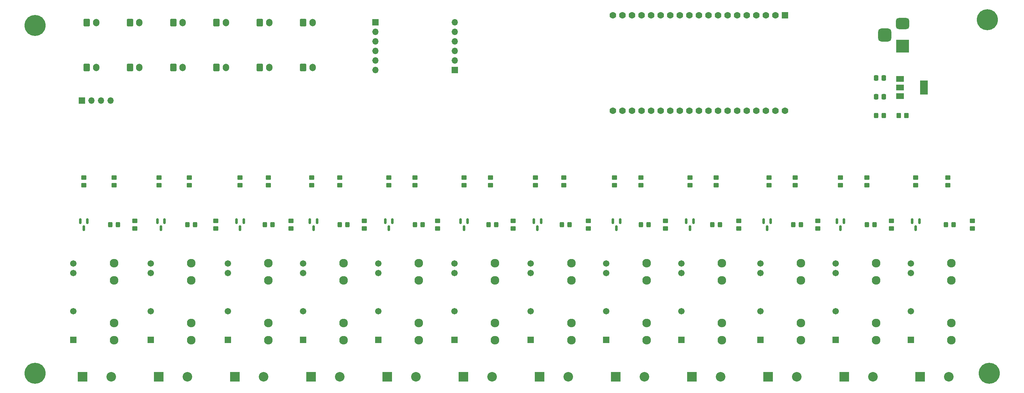
<source format=gbr>
%TF.GenerationSoftware,KiCad,Pcbnew,8.0.8-8.0.8-0~ubuntu24.04.1*%
%TF.CreationDate,2025-02-09T16:52:58+07:00*%
%TF.ProjectId,wemos32-12-channel-relays-ssr-rev-2,77656d6f-7333-4322-9d31-322d6368616e,1.0*%
%TF.SameCoordinates,Original*%
%TF.FileFunction,Soldermask,Top*%
%TF.FilePolarity,Negative*%
%FSLAX46Y46*%
G04 Gerber Fmt 4.6, Leading zero omitted, Abs format (unit mm)*
G04 Created by KiCad (PCBNEW 8.0.8-8.0.8-0~ubuntu24.04.1) date 2025-02-09 16:52:58*
%MOMM*%
%LPD*%
G01*
G04 APERTURE LIST*
G04 Aperture macros list*
%AMRoundRect*
0 Rectangle with rounded corners*
0 $1 Rounding radius*
0 $2 $3 $4 $5 $6 $7 $8 $9 X,Y pos of 4 corners*
0 Add a 4 corners polygon primitive as box body*
4,1,4,$2,$3,$4,$5,$6,$7,$8,$9,$2,$3,0*
0 Add four circle primitives for the rounded corners*
1,1,$1+$1,$2,$3*
1,1,$1+$1,$4,$5*
1,1,$1+$1,$6,$7*
1,1,$1+$1,$8,$9*
0 Add four rect primitives between the rounded corners*
20,1,$1+$1,$2,$3,$4,$5,0*
20,1,$1+$1,$4,$5,$6,$7,0*
20,1,$1+$1,$6,$7,$8,$9,0*
20,1,$1+$1,$8,$9,$2,$3,0*%
G04 Aperture macros list end*
%ADD10RoundRect,0.250000X0.450000X-0.350000X0.450000X0.350000X-0.450000X0.350000X-0.450000X-0.350000X0*%
%ADD11RoundRect,0.250000X-0.600000X-0.750000X0.600000X-0.750000X0.600000X0.750000X-0.600000X0.750000X0*%
%ADD12O,1.700000X2.000000*%
%ADD13RoundRect,0.150000X-0.150000X0.587500X-0.150000X-0.587500X0.150000X-0.587500X0.150000X0.587500X0*%
%ADD14R,2.540000X2.540000*%
%ADD15C,2.540000*%
%ADD16R,1.700000X1.700000*%
%ADD17O,1.700000X1.700000*%
%ADD18C,5.600000*%
%ADD19C,2.300000*%
%ADD20RoundRect,0.102000X-0.754000X0.754000X-0.754000X-0.754000X0.754000X-0.754000X0.754000X0.754000X0*%
%ADD21C,1.712000*%
%ADD22RoundRect,0.250000X-0.450000X0.350000X-0.450000X-0.350000X0.450000X-0.350000X0.450000X0.350000X0*%
%ADD23RoundRect,0.250000X-0.325000X-0.450000X0.325000X-0.450000X0.325000X0.450000X-0.325000X0.450000X0*%
%ADD24RoundRect,0.250000X-0.337500X-0.475000X0.337500X-0.475000X0.337500X0.475000X-0.337500X0.475000X0*%
%ADD25R,2.000000X1.500000*%
%ADD26R,2.000000X3.800000*%
%ADD27R,3.500000X3.500000*%
%ADD28RoundRect,0.750000X-1.000000X0.750000X-1.000000X-0.750000X1.000000X-0.750000X1.000000X0.750000X0*%
%ADD29RoundRect,0.875000X-0.875000X0.875000X-0.875000X-0.875000X0.875000X-0.875000X0.875000X0.875000X0*%
%ADD30RoundRect,0.250000X-0.350000X-0.450000X0.350000X-0.450000X0.350000X0.450000X-0.350000X0.450000X0*%
%ADD31RoundRect,0.102000X-0.780000X0.780000X-0.780000X-0.780000X0.780000X-0.780000X0.780000X0.780000X0*%
%ADD32C,1.764000*%
G04 APERTURE END LIST*
D10*
%TO.C,R14*%
X123000000Y-103000000D03*
X123000000Y-101000000D03*
%TD*%
D11*
%TO.C,J19*%
X70250000Y-59700000D03*
D12*
X72750000Y-59700000D03*
%TD*%
D13*
%TO.C,Q10*%
X217450000Y-112562500D03*
X215550000Y-112562500D03*
X216500000Y-114437500D03*
%TD*%
%TO.C,Q4*%
X96950000Y-112562500D03*
X95050000Y-112562500D03*
X96000000Y-114437500D03*
%TD*%
D14*
%TO.C,J3*%
X75144500Y-153950000D03*
D15*
X82764500Y-153950000D03*
%TD*%
D16*
%TO.C,J14*%
X133500000Y-72350000D03*
D17*
X133500000Y-69810000D03*
X133500000Y-67270000D03*
X133500000Y-64730000D03*
X133500000Y-62190000D03*
X133500000Y-59650000D03*
%TD*%
D11*
%TO.C,J26*%
X81750000Y-71700000D03*
D12*
X84250000Y-71700000D03*
%TD*%
D18*
%TO.C,H1*%
X275000000Y-59000000D03*
%TD*%
D11*
%TO.C,J20*%
X81750000Y-59700000D03*
D12*
X84250000Y-59700000D03*
%TD*%
D14*
%TO.C,J5*%
X115599100Y-153950000D03*
D15*
X123219100Y-153950000D03*
%TD*%
D19*
%TO.C,F12*%
X265465400Y-123750000D03*
X265465400Y-128350000D03*
X265465400Y-139650000D03*
X265465400Y-144250000D03*
%TD*%
D20*
%TO.C,K1*%
X32234100Y-144160000D03*
D21*
X32234100Y-136540000D03*
X32234100Y-126380000D03*
X32234100Y-123840000D03*
%TD*%
D22*
%TO.C,R32*%
X189500000Y-112500000D03*
X189500000Y-114500000D03*
%TD*%
D14*
%TO.C,J2*%
X54917300Y-153950000D03*
D15*
X62537300Y-153950000D03*
%TD*%
D22*
%TO.C,R33*%
X209000000Y-112500000D03*
X209000000Y-114500000D03*
%TD*%
%TO.C,R36*%
X249500000Y-112500000D03*
X249500000Y-114500000D03*
%TD*%
D13*
%TO.C,Q2*%
X56450000Y-112562500D03*
X54550000Y-112562500D03*
X55500000Y-114437500D03*
%TD*%
D11*
%TO.C,J23*%
X47250000Y-71700000D03*
D12*
X49750000Y-71700000D03*
%TD*%
D11*
%TO.C,J24*%
X58750000Y-71700000D03*
D12*
X61250000Y-71700000D03*
%TD*%
D16*
%TO.C,J13*%
X112500000Y-59650000D03*
D17*
X112500000Y-62190000D03*
X112500000Y-64730000D03*
X112500000Y-67270000D03*
X112500000Y-69810000D03*
X112500000Y-72350000D03*
%TD*%
D18*
%TO.C,H4*%
X22000000Y-153000000D03*
%TD*%
D10*
%TO.C,R7*%
X84000000Y-103000000D03*
X84000000Y-101000000D03*
%TD*%
D22*
%TO.C,R6*%
X70000000Y-112500000D03*
X70000000Y-114500000D03*
%TD*%
D14*
%TO.C,J8*%
X176280900Y-153950000D03*
D15*
X183900900Y-153950000D03*
%TD*%
D11*
%TO.C,J27*%
X93250000Y-71700000D03*
D12*
X95750000Y-71700000D03*
%TD*%
D23*
%TO.C,D5*%
X62475000Y-113500000D03*
X64525000Y-113500000D03*
%TD*%
D14*
%TO.C,J12*%
X257190000Y-153950000D03*
D15*
X264810000Y-153950000D03*
%TD*%
D13*
%TO.C,Q12*%
X256950000Y-112562500D03*
X255050000Y-112562500D03*
X256000000Y-114437500D03*
%TD*%
D10*
%TO.C,R2*%
X43000000Y-103000000D03*
X43000000Y-101000000D03*
%TD*%
D22*
%TO.C,R27*%
X196000000Y-101000000D03*
X196000000Y-103000000D03*
%TD*%
D14*
%TO.C,J4*%
X95371800Y-153950000D03*
D15*
X102991800Y-153950000D03*
%TD*%
D10*
%TO.C,R20*%
X183000000Y-103000000D03*
X183000000Y-101000000D03*
%TD*%
D20*
%TO.C,K4*%
X93234100Y-144160000D03*
D21*
X93234100Y-136540000D03*
X93234100Y-126380000D03*
X93234100Y-123840000D03*
%TD*%
D22*
%TO.C,R35*%
X169000000Y-112500000D03*
X169000000Y-114500000D03*
%TD*%
D19*
%TO.C,F10*%
X225500000Y-123750000D03*
X225500000Y-128350000D03*
X225500000Y-139650000D03*
X225500000Y-144250000D03*
%TD*%
D10*
%TO.C,R4*%
X63000000Y-103000000D03*
X63000000Y-101000000D03*
%TD*%
D14*
%TO.C,J7*%
X156053600Y-153950000D03*
D15*
X163673600Y-153950000D03*
%TD*%
D11*
%TO.C,J17*%
X47250000Y-59700000D03*
D12*
X49750000Y-59700000D03*
%TD*%
D10*
%TO.C,R21*%
X203000000Y-103000000D03*
X203000000Y-101000000D03*
%TD*%
D23*
%TO.C,D3*%
X41975000Y-113500000D03*
X44025000Y-113500000D03*
%TD*%
D10*
%TO.C,R3*%
X35000000Y-103000000D03*
X35000000Y-101000000D03*
%TD*%
D23*
%TO.C,D25*%
X263975000Y-113500000D03*
X266025000Y-113500000D03*
%TD*%
D13*
%TO.C,Q9*%
X196950000Y-112562500D03*
X195050000Y-112562500D03*
X196000000Y-114437500D03*
%TD*%
D18*
%TO.C,H3*%
X22000000Y-60500000D03*
%TD*%
D23*
%TO.C,D13*%
X142475000Y-113500000D03*
X144525000Y-113500000D03*
%TD*%
D10*
%TO.C,R11*%
X103000000Y-103000000D03*
X103000000Y-101000000D03*
%TD*%
D20*
%TO.C,K8*%
X173734200Y-144160000D03*
D21*
X173734200Y-136540000D03*
X173734200Y-126380000D03*
X173734200Y-123840000D03*
%TD*%
D22*
%TO.C,R34*%
X230000000Y-112500000D03*
X230000000Y-114500000D03*
%TD*%
%TO.C,R26*%
X176000000Y-101000000D03*
X176000000Y-103000000D03*
%TD*%
D10*
%TO.C,R25*%
X264500000Y-103000000D03*
X264500000Y-101000000D03*
%TD*%
D24*
%TO.C,C6*%
X245462500Y-74500000D03*
X247537500Y-74500000D03*
%TD*%
D22*
%TO.C,R30*%
X236000000Y-101000000D03*
X236000000Y-103000000D03*
%TD*%
D10*
%TO.C,R23*%
X162500000Y-103000000D03*
X162500000Y-101000000D03*
%TD*%
D14*
%TO.C,J10*%
X216735400Y-153950000D03*
D15*
X224355400Y-153950000D03*
%TD*%
D13*
%TO.C,Q6*%
X136950000Y-112562500D03*
X135050000Y-112562500D03*
X136000000Y-114437500D03*
%TD*%
D23*
%TO.C,D24*%
X242975000Y-113500000D03*
X245025000Y-113500000D03*
%TD*%
D22*
%TO.C,R16*%
X129000000Y-112500000D03*
X129000000Y-114500000D03*
%TD*%
D20*
%TO.C,K11*%
X234734200Y-144160000D03*
D21*
X234734200Y-136540000D03*
X234734200Y-126380000D03*
X234734200Y-123840000D03*
%TD*%
D23*
%TO.C,D22*%
X223475000Y-113500000D03*
X225525000Y-113500000D03*
%TD*%
D13*
%TO.C,Q3*%
X77450000Y-112562500D03*
X75550000Y-112562500D03*
X76500000Y-114437500D03*
%TD*%
D20*
%TO.C,K7*%
X153734100Y-144160000D03*
D21*
X153734100Y-136540000D03*
X153734100Y-126380000D03*
X153734100Y-123840000D03*
%TD*%
D22*
%TO.C,R28*%
X217000000Y-101000000D03*
X217000000Y-103000000D03*
%TD*%
D13*
%TO.C,Q1*%
X35950000Y-112562500D03*
X34050000Y-112562500D03*
X35000000Y-114437500D03*
%TD*%
D10*
%TO.C,R31*%
X256000000Y-103000000D03*
X256000000Y-101000000D03*
%TD*%
D14*
%TO.C,J6*%
X135826400Y-153950000D03*
D15*
X143446400Y-153950000D03*
%TD*%
D20*
%TO.C,K3*%
X73234200Y-144160000D03*
D21*
X73234200Y-136540000D03*
X73234200Y-126380000D03*
X73234200Y-123840000D03*
%TD*%
D19*
%TO.C,F7*%
X164500000Y-123750000D03*
X164500000Y-128350000D03*
X164500000Y-139650000D03*
X164500000Y-144250000D03*
%TD*%
D23*
%TO.C,D23*%
X161975000Y-113500000D03*
X164025000Y-113500000D03*
%TD*%
D13*
%TO.C,Q11*%
X236950000Y-112562500D03*
X235050000Y-112562500D03*
X236000000Y-114437500D03*
%TD*%
D11*
%TO.C,J22*%
X35750000Y-71700000D03*
D12*
X38250000Y-71700000D03*
%TD*%
D22*
%TO.C,R8*%
X76500000Y-101000000D03*
X76500000Y-103000000D03*
%TD*%
D23*
%TO.C,D20*%
X182975000Y-113500000D03*
X185025000Y-113500000D03*
%TD*%
D20*
%TO.C,K12*%
X254699500Y-144160000D03*
D21*
X254699500Y-136540000D03*
X254699500Y-126380000D03*
X254699500Y-123840000D03*
%TD*%
D18*
%TO.C,H2*%
X275500000Y-153000000D03*
%TD*%
D13*
%TO.C,Q7*%
X156450000Y-112562500D03*
X154550000Y-112562500D03*
X155500000Y-114437500D03*
%TD*%
D23*
%TO.C,D9*%
X102975000Y-113500000D03*
X105025000Y-113500000D03*
%TD*%
D13*
%TO.C,Q8*%
X177450000Y-112562500D03*
X175550000Y-112562500D03*
X176500000Y-114437500D03*
%TD*%
D10*
%TO.C,R22*%
X224000000Y-103000000D03*
X224000000Y-101000000D03*
%TD*%
D20*
%TO.C,K5*%
X113234200Y-144160000D03*
D21*
X113234200Y-136540000D03*
X113234200Y-126380000D03*
X113234200Y-123840000D03*
%TD*%
D19*
%TO.C,F9*%
X204500000Y-123750000D03*
X204500000Y-128350000D03*
X204500000Y-139650000D03*
X204500000Y-144250000D03*
%TD*%
D13*
%TO.C,Q5*%
X116950000Y-112562500D03*
X115050000Y-112562500D03*
X116000000Y-114437500D03*
%TD*%
D19*
%TO.C,F2*%
X63500000Y-123750000D03*
X63500000Y-128350000D03*
X63500000Y-139650000D03*
X63500000Y-144250000D03*
%TD*%
D22*
%TO.C,R9*%
X48500000Y-112500000D03*
X48500000Y-114500000D03*
%TD*%
D24*
%TO.C,C1*%
X245462500Y-79500000D03*
X247537500Y-79500000D03*
%TD*%
D20*
%TO.C,K10*%
X214734100Y-144160000D03*
D21*
X214734100Y-136540000D03*
X214734100Y-126380000D03*
X214734100Y-123840000D03*
%TD*%
D22*
%TO.C,R29*%
X155000000Y-101000000D03*
X155000000Y-103000000D03*
%TD*%
D25*
%TO.C,U1*%
X251850000Y-74700000D03*
X251850000Y-77000000D03*
D26*
X258150000Y-77000000D03*
D25*
X251850000Y-79300000D03*
%TD*%
D16*
%TO.C,J28*%
X34500000Y-80500000D03*
D17*
X37040000Y-80500000D03*
X39580000Y-80500000D03*
X42120000Y-80500000D03*
%TD*%
D10*
%TO.C,R24*%
X243000000Y-103000000D03*
X243000000Y-101000000D03*
%TD*%
D19*
%TO.C,F1*%
X43000000Y-123750000D03*
X43000000Y-128350000D03*
X43000000Y-139650000D03*
X43000000Y-144250000D03*
%TD*%
%TO.C,F3*%
X84000000Y-123750000D03*
X84000000Y-128350000D03*
X84000000Y-139650000D03*
X84000000Y-144250000D03*
%TD*%
D11*
%TO.C,J21*%
X93250000Y-59700000D03*
D12*
X95750000Y-59700000D03*
%TD*%
D11*
%TO.C,J16*%
X35750000Y-59700000D03*
D12*
X38250000Y-59700000D03*
%TD*%
D19*
%TO.C,F8*%
X184500000Y-123750000D03*
X184500000Y-128350000D03*
X184500000Y-139650000D03*
X184500000Y-144250000D03*
%TD*%
D14*
%TO.C,J11*%
X236962700Y-153950000D03*
D15*
X244582700Y-153950000D03*
%TD*%
D22*
%TO.C,R19*%
X149000000Y-112500000D03*
X149000000Y-114500000D03*
%TD*%
D11*
%TO.C,J18*%
X58750000Y-59700000D03*
D12*
X61250000Y-59700000D03*
%TD*%
D22*
%TO.C,R12*%
X95500000Y-101000000D03*
X95500000Y-103000000D03*
%TD*%
D23*
%TO.C,D1*%
X245475000Y-84500000D03*
X247525000Y-84500000D03*
%TD*%
D19*
%TO.C,F5*%
X124000000Y-123750000D03*
X124000000Y-128350000D03*
X124000000Y-139650000D03*
X124000000Y-144250000D03*
%TD*%
D23*
%TO.C,D7*%
X83065900Y-113500000D03*
X85115900Y-113500000D03*
%TD*%
D22*
%TO.C,R37*%
X271000000Y-112500000D03*
X271000000Y-114500000D03*
%TD*%
D23*
%TO.C,D21*%
X201975000Y-113500000D03*
X204025000Y-113500000D03*
%TD*%
D14*
%TO.C,J1*%
X34690000Y-153950000D03*
D15*
X42310000Y-153950000D03*
%TD*%
D14*
%TO.C,J9*%
X196508200Y-153950000D03*
D15*
X204128200Y-153950000D03*
%TD*%
D22*
%TO.C,R10*%
X90000000Y-112500000D03*
X90000000Y-114500000D03*
%TD*%
D27*
%TO.C,J15*%
X252457500Y-66000000D03*
D28*
X252457500Y-60000000D03*
D29*
X247757500Y-63000000D03*
%TD*%
D22*
%TO.C,R18*%
X136000000Y-101000000D03*
X136000000Y-103000000D03*
%TD*%
%TO.C,R5*%
X55000000Y-101000000D03*
X55000000Y-103000000D03*
%TD*%
D20*
%TO.C,K2*%
X52734100Y-144160000D03*
D21*
X52734100Y-136540000D03*
X52734100Y-126380000D03*
X52734100Y-123840000D03*
%TD*%
D10*
%TO.C,R17*%
X143000000Y-103000000D03*
X143000000Y-101000000D03*
%TD*%
D11*
%TO.C,J25*%
X70250000Y-71700000D03*
D12*
X72750000Y-71700000D03*
%TD*%
D20*
%TO.C,K6*%
X133433700Y-144160000D03*
D21*
X133433700Y-136540000D03*
X133433700Y-126380000D03*
X133433700Y-123840000D03*
%TD*%
D30*
%TO.C,R1*%
X251500000Y-84500000D03*
X253500000Y-84500000D03*
%TD*%
D19*
%TO.C,F4*%
X104000000Y-123750000D03*
X104000000Y-128350000D03*
X104000000Y-139650000D03*
X104000000Y-144250000D03*
%TD*%
D20*
%TO.C,K9*%
X193734100Y-144160000D03*
D21*
X193734100Y-136540000D03*
X193734100Y-126380000D03*
X193734100Y-123840000D03*
%TD*%
D22*
%TO.C,R15*%
X116000000Y-101000000D03*
X116000000Y-103000000D03*
%TD*%
%TO.C,R13*%
X109500000Y-112500000D03*
X109500000Y-114500000D03*
%TD*%
D19*
%TO.C,F6*%
X144199600Y-123750000D03*
X144199600Y-128350000D03*
X144199600Y-139650000D03*
X144199600Y-144250000D03*
%TD*%
D31*
%TO.C,U8*%
X221260000Y-57800000D03*
D32*
X218720000Y-57800000D03*
X216180000Y-57800000D03*
X213640000Y-57800000D03*
X211100000Y-57800000D03*
X208560000Y-57800000D03*
X206020000Y-57800000D03*
X203480000Y-57800000D03*
X200940000Y-57800000D03*
X198400000Y-57800000D03*
X195860000Y-57800000D03*
X193320000Y-57800000D03*
X190780000Y-57800000D03*
X188240000Y-57800000D03*
X185700000Y-57800000D03*
X183160000Y-57800000D03*
X180620000Y-57800000D03*
X178080000Y-57800000D03*
X175540000Y-57800000D03*
X221260000Y-83200000D03*
X218720000Y-83200000D03*
X216180000Y-83200000D03*
X213640000Y-83200000D03*
X211100000Y-83200000D03*
X208560000Y-83200000D03*
X206020000Y-83200000D03*
X203480000Y-83200000D03*
X200940000Y-83200000D03*
X198400000Y-83200000D03*
X195860000Y-83200000D03*
X193320000Y-83200000D03*
X190780000Y-83200000D03*
X188240000Y-83200000D03*
X185700000Y-83200000D03*
X183160000Y-83200000D03*
X180620000Y-83200000D03*
X178080000Y-83200000D03*
X175540000Y-83200000D03*
%TD*%
D23*
%TO.C,D11*%
X122975000Y-113500000D03*
X125025000Y-113500000D03*
%TD*%
D19*
%TO.C,F11*%
X245500000Y-123750000D03*
X245500000Y-128350000D03*
X245500000Y-139650000D03*
X245500000Y-144250000D03*
%TD*%
M02*

</source>
